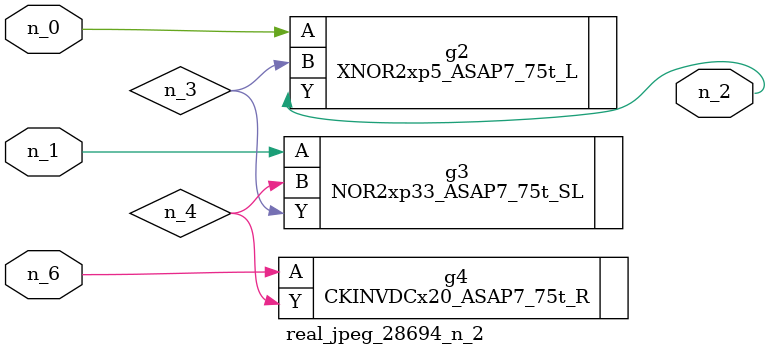
<source format=v>
module real_jpeg_28694_n_2 (n_6, n_1, n_0, n_2);

input n_6;
input n_1;
input n_0;

output n_2;

wire n_4;
wire n_3;

XNOR2xp5_ASAP7_75t_L g2 ( 
.A(n_0),
.B(n_3),
.Y(n_2)
);

NOR2xp33_ASAP7_75t_SL g3 ( 
.A(n_1),
.B(n_4),
.Y(n_3)
);

CKINVDCx20_ASAP7_75t_R g4 ( 
.A(n_6),
.Y(n_4)
);


endmodule
</source>
